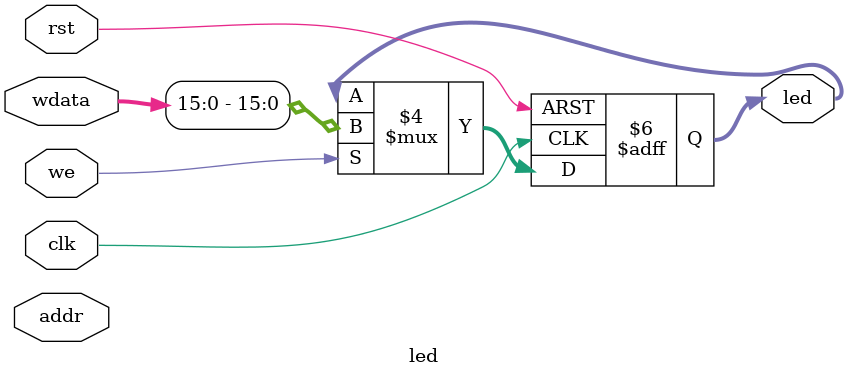
<source format=v>
`timescale 1ns / 1ps

module led(
    // 输入信号
    input wire clk,          
    input wire rst,             
    input wire[31:0] addr,     
    input wire we,              
    input wire[31:0] wdata,     
    
    // 输出信号
    output reg[15:0] led     
    );
    
    // 复位时清零，写使能时更新LED状态
    always @(posedge clk or posedge rst) begin
        if (rst) begin
            led <= 16'd0;        
        end
        else if (~we) begin
            led <= led;         
        end
        else begin
            led <= wdata[15:0];  
        end
    end


endmodule

</source>
